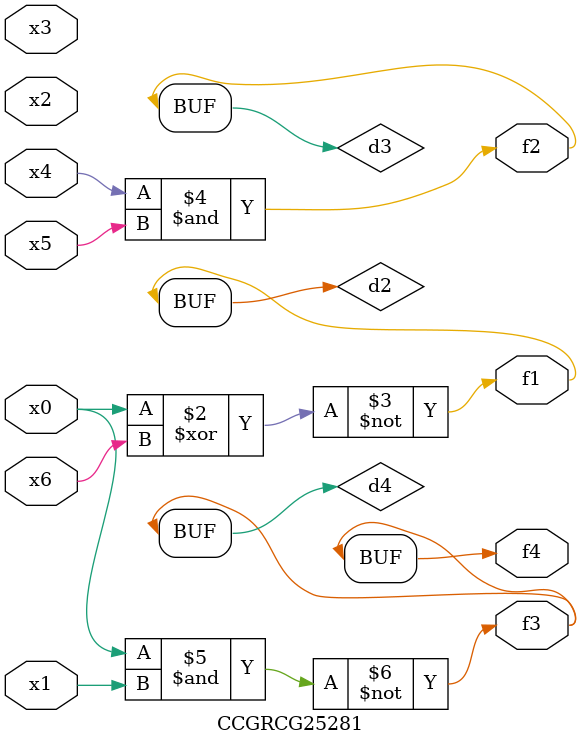
<source format=v>
module CCGRCG25281(
	input x0, x1, x2, x3, x4, x5, x6,
	output f1, f2, f3, f4
);

	wire d1, d2, d3, d4;

	nor (d1, x0);
	xnor (d2, x0, x6);
	and (d3, x4, x5);
	nand (d4, x0, x1);
	assign f1 = d2;
	assign f2 = d3;
	assign f3 = d4;
	assign f4 = d4;
endmodule

</source>
